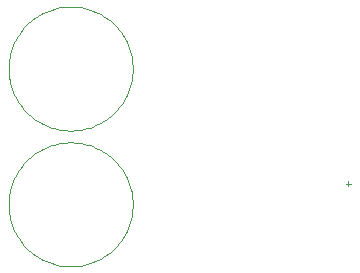
<source format=gm1>
G04*
G04 #@! TF.GenerationSoftware,Altium Limited,Altium Designer,18.1.7 (191)*
G04*
G04 Layer_Color=16711935*
%FSLAX25Y25*%
%MOIN*%
G70*
G01*
G75*
%ADD60C,0.00079*%
%ADD61C,0.00394*%
D60*
X286417Y512303D02*
X286393Y513302D01*
X286321Y514298D01*
X286200Y515290D01*
X286032Y516274D01*
X285817Y517250D01*
X285554Y518213D01*
X285246Y519163D01*
X284891Y520097D01*
X284492Y521013D01*
X284050Y521909D01*
X283564Y522782D01*
X283037Y523630D01*
X282470Y524452D01*
X281863Y525246D01*
X281219Y526009D01*
X280539Y526741D01*
X279824Y527439D01*
X279076Y528101D01*
X278298Y528726D01*
X277489Y529314D01*
X276654Y529861D01*
X275793Y530367D01*
X274908Y530832D01*
X274003Y531253D01*
X273077Y531629D01*
X272135Y531961D01*
X271178Y532246D01*
X270208Y532485D01*
X269228Y532677D01*
X268239Y532822D01*
X267245Y532918D01*
X266247Y532966D01*
X265248D01*
X264251Y532918D01*
X263257Y532822D01*
X262268Y532677D01*
X261288Y532485D01*
X260318Y532246D01*
X259361Y531961D01*
X258418Y531629D01*
X257493Y531253D01*
X256588Y530832D01*
X255703Y530367D01*
X254842Y529861D01*
X254007Y529314D01*
X253198Y528726D01*
X252419Y528101D01*
X251672Y527439D01*
X250957Y526741D01*
X250277Y526009D01*
X249633Y525246D01*
X249026Y524452D01*
X248459Y523630D01*
X247932Y522782D01*
X247446Y521909D01*
X247004Y521013D01*
X246605Y520097D01*
X246250Y519163D01*
X245942Y518213D01*
X245679Y517250D01*
X245464Y516274D01*
X245296Y515290D01*
X245175Y514298D01*
X245103Y513302D01*
X245079Y512303D01*
X245103Y511305D01*
X245175Y510308D01*
X245296Y509317D01*
X245464Y508332D01*
X245679Y507357D01*
X245942Y506393D01*
X246250Y505443D01*
X246605Y504509D01*
X247004Y503593D01*
X247446Y502698D01*
X247932Y501825D01*
X248459Y500976D01*
X249026Y500154D01*
X249633Y499360D01*
X250277Y498597D01*
X250957Y497865D01*
X251672Y497168D01*
X252419Y496505D01*
X253198Y495880D01*
X254006Y495293D01*
X254842Y494745D01*
X255703Y494239D01*
X256588Y493775D01*
X257493Y493354D01*
X258418Y492977D01*
X259361Y492646D01*
X260318Y492360D01*
X261288Y492121D01*
X262268Y491929D01*
X263257Y491784D01*
X264251Y491688D01*
X265248Y491640D01*
X266247Y491640D01*
X267245Y491688D01*
X268239Y491784D01*
X269228Y491929D01*
X270208Y492121D01*
X271178Y492360D01*
X272135Y492645D01*
X273077Y492977D01*
X274003Y493354D01*
X274908Y493775D01*
X275793Y494239D01*
X276654Y494745D01*
X277489Y495293D01*
X278297Y495880D01*
X279076Y496505D01*
X279824Y497168D01*
X280539Y497865D01*
X281219Y498597D01*
X281863Y499360D01*
X282470Y500154D01*
X283037Y500976D01*
X283564Y501825D01*
X284050Y502698D01*
X284492Y503593D01*
X284891Y504509D01*
X285245Y505443D01*
X285554Y506393D01*
X285817Y507357D01*
X286032Y508332D01*
X286200Y509316D01*
X286321Y510308D01*
X286393Y511304D01*
X286417Y512303D01*
X286417Y467028D02*
X286393Y468026D01*
X286321Y469022D01*
X286200Y470014D01*
X286032Y470999D01*
X285817Y471974D01*
X285554Y472938D01*
X285246Y473888D01*
X284891Y474822D01*
X284492Y475738D01*
X284050Y476633D01*
X283564Y477506D01*
X283037Y478355D01*
X282470Y479177D01*
X281863Y479970D01*
X281219Y480734D01*
X280539Y481465D01*
X279824Y482163D01*
X279076Y482825D01*
X278298Y483451D01*
X277489Y484038D01*
X276654Y484585D01*
X275793Y485092D01*
X274908Y485556D01*
X274003Y485977D01*
X273077Y486354D01*
X272135Y486685D01*
X271178Y486971D01*
X270208Y487210D01*
X269228Y487402D01*
X268239Y487546D01*
X267245Y487642D01*
X266247Y487691D01*
X265248D01*
X264251Y487642D01*
X263257Y487546D01*
X262268Y487402D01*
X261288Y487210D01*
X260318Y486971D01*
X259361Y486685D01*
X258418Y486354D01*
X257493Y485977D01*
X256588Y485556D01*
X255703Y485092D01*
X254842Y484585D01*
X254006Y484038D01*
X253198Y483451D01*
X252419Y482825D01*
X251672Y482163D01*
X250957Y481465D01*
X250277Y480734D01*
X249633Y479970D01*
X249026Y479177D01*
X248459Y478355D01*
X247932Y477506D01*
X247446Y476633D01*
X247004Y475738D01*
X246605Y474822D01*
X246250Y473888D01*
X245942Y472938D01*
X245679Y471974D01*
X245464Y470999D01*
X245296Y470014D01*
X245175Y469022D01*
X245103Y468026D01*
X245079Y467028D01*
X245103Y466029D01*
X245175Y465033D01*
X245296Y464041D01*
X245464Y463056D01*
X245679Y462081D01*
X245942Y461117D01*
X246250Y460167D01*
X246605Y459233D01*
X247004Y458318D01*
X247446Y457422D01*
X247932Y456549D01*
X248459Y455700D01*
X249026Y454878D01*
X249633Y454085D01*
X250277Y453321D01*
X250957Y452590D01*
X251672Y451892D01*
X252419Y451230D01*
X253198Y450604D01*
X254006Y450017D01*
X254842Y449470D01*
X255703Y448963D01*
X256588Y448499D01*
X257493Y448078D01*
X258418Y447701D01*
X259361Y447370D01*
X260318Y447084D01*
X261288Y446845D01*
X262268Y446653D01*
X263257Y446509D01*
X264251Y446413D01*
X265248Y446364D01*
X266247Y446364D01*
X267245Y446413D01*
X268239Y446509D01*
X269228Y446653D01*
X270208Y446845D01*
X271178Y447084D01*
X272135Y447370D01*
X273077Y447701D01*
X274003Y448078D01*
X274908Y448499D01*
X275793Y448963D01*
X276654Y449470D01*
X277489Y450017D01*
X278297Y450604D01*
X279076Y451230D01*
X279824Y451892D01*
X280539Y452590D01*
X281219Y453321D01*
X281863Y454085D01*
X282470Y454878D01*
X283037Y455700D01*
X283564Y456549D01*
X284050Y457422D01*
X284492Y458317D01*
X284891Y459233D01*
X285245Y460167D01*
X285554Y461117D01*
X285817Y462081D01*
X286032Y463056D01*
X286200Y464041D01*
X286321Y465032D01*
X286393Y466029D01*
X286417Y467027D01*
D61*
X357480Y473917D02*
X359055D01*
X358268Y473130D02*
Y474705D01*
M02*

</source>
